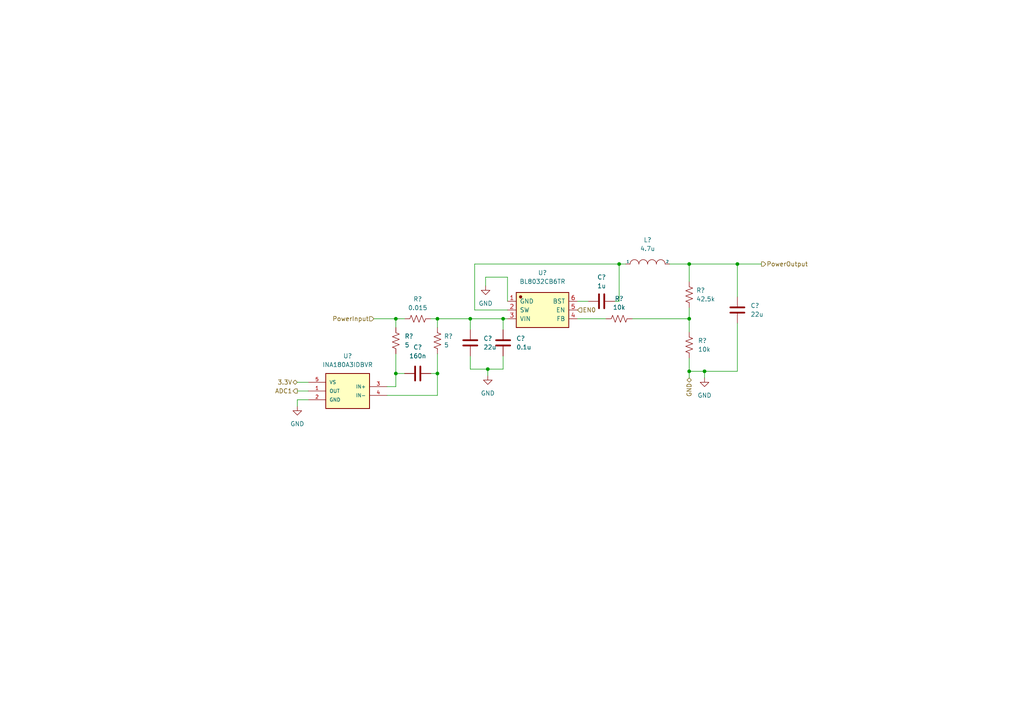
<source format=kicad_sch>
(kicad_sch (version 20211123) (generator eeschema)
  (paper "A4")
  (lib_symbols
    (symbol "1CommonUse:C0805" (pin_numbers hide) (pin_names (offset 0.254))
      (property "Reference" "C" (at 0.635 2.54 0))
      (property "Value" "C0805" (at 0.635 -2.54 0))
      (symbol "C0805_0_1"
        (polyline (pts (xy -2.032 -0.762) (xy 2.032 -0.762)) (stroke (width 0.508)))
        (polyline (pts (xy -2.032 0.762) (xy 2.032 0.762)) (stroke (width 0.508)))
      )
      (symbol "C0805_1_1"
        (pin passive line (at 0 3.81 270) (length 2.794) (name "~") (number "1"))
        (pin passive line (at 0 -3.81 90) (length 2.794) (name "~") (number "2"))
      )
    )
    (symbol "1CommonUse:R0805" (pin_numbers hide) (pin_names (offset 0))
      (property "Reference" "R" (at 2.54 0 90))
      (property "Value" "R0805" (at -2.54 0 90))
      (symbol "R0805_0_1"
        (polyline (pts (xy 0 -2.286) (xy 0 -2.54)))
        (polyline (pts (xy 0 2.286) (xy 0 2.54)))
        (polyline (pts (xy 0 -0.762) (xy 1.016 -1.143) (xy 0 -1.524) (xy -1.016 -1.905) (xy 0 -2.286)))
        (polyline (pts (xy 0 0.762) (xy 1.016 0.381) (xy 0 0) (xy -1.016 -0.381) (xy 0 -0.762)))
        (polyline (pts (xy 0 2.286) (xy 1.016 1.905) (xy 0 1.524) (xy -1.016 1.143) (xy 0 0.762)))
      )
      (symbol "R0805_1_1"
        (pin passive line (at 0 3.81 270) (length 1.27) (name "~") (number "1"))
        (pin passive line (at 0 -3.81 90) (length 1.27) (name "~") (number "2"))
      )
    )
    (symbol "SolarCharger:BL8032CB6TR" (pin_names (offset 1.016))
      (property "Reference" "U" (at 0 7.6962 0))
      (property "Value" "BL8032CB6TR" (at 0 12.7762 0))
      (symbol "BL8032CB6TR_1_1"
        (rectangle (start -7.62 5.08) (end 7.62 -5.08) (stroke (width 0.254)) (fill (type background)))
        (circle (center -6.35 3.81) (radius 0.381) (stroke (width 0.1524)) (fill (type outline)))
        (pin input line (at -10.16 2.54 0) (length 2.54) (name "GND") (number "1"))
        (pin input line (at -10.16 0 0) (length 2.54) (name "SW") (number "2"))
        (pin input line (at -10.16 -2.54 0) (length 2.54) (name "VIN") (number "3"))
        (pin input line (at 10.16 -2.54 180) (length 2.54) (name "FB") (number "4"))
        (pin input line (at 10.16 0 180) (length 2.54) (name "EN") (number "5"))
        (pin input line (at 10.16 2.54 180) (length 2.54) (name "BST") (number "6"))
      )
    )
    (symbol "SolarCharger:INA180A3IDBVR" (pin_names (offset 1.016))
      (property "Reference" "U" (at -1.27 7.62 0))
      (property "Value" "INA180A3IDBVR" (at -7.62 -7.62 0))
      (symbol "INA180A3IDBVR_0_0"
        (rectangle (start -6.35 6.35) (end 6.35 -3.81) (stroke (width 0.254)) (fill (type background)))
        (pin output line (at 11.43 1.27 180) (length 5.08) (name "OUT") (number "1"))
        (pin power_in line (at 11.43 -1.27 180) (length 5.08) (name "GND") (number "2"))
        (pin input line (at -11.43 2.54 0) (length 5.08) (name "IN+") (number "3"))
        (pin input line (at -11.43 0 0) (length 5.08) (name "IN-") (number "4"))
        (pin power_in line (at 11.43 3.81 180) (length 5.08) (name "VS") (number "5"))
      )
    )
    (symbol "power:GND" (power) (pin_names (offset 0))
      (property "Value" "GND" (at 0 -3.81 0))
      (symbol "GND_0_1"
        (polyline (pts (xy 0 0) (xy 0 -1.27) (xy 1.27 -1.27) (xy 0 -2.54) (xy -1.27 -1.27) (xy 0 -1.27)))
      )
      (symbol "GND_1_1"
        (pin power_in line (at 0 0 270) (length 0) hide (name "GND") (number "1"))
      )
    )
    (symbol "pspice:INDUCTOR" (pin_numbers hide) (pin_names (offset 0))
      (property "Reference" "L" (at 0 2.54 0))
      (property "Value" "INDUCTOR" (at 0 -1.27 0))
      (symbol "INDUCTOR_0_1"
        (arc (start -2.54 0) (mid -3.81 1.27) (end -5.08 0))
        (arc (start 0 0) (mid -1.27 1.27) (end -2.54 0))
        (arc (start 2.54 0) (mid 1.27 1.27) (end 0 0))
        (arc (start 5.08 0) (mid 3.81 1.27) (end 2.54 0))
      )
      (symbol "INDUCTOR_1_1"
        (pin input line (at -6.35 0 0) (length 1.27) (name "1") (number "1"))
        (pin input line (at 6.35 0 180) (length 1.27) (name "2") (number "2"))
      )
    )
  )
  (junction (at 213.868 76.581))
  (junction (at 126.873 92.456))
  (junction (at 199.898 107.696))
  (junction (at 141.478 107.061))
  (junction (at 145.923 92.456))
  (junction (at 179.578 76.581))
  (junction (at 199.898 76.581))
  (junction (at 114.808 92.456))
  (junction (at 136.398 92.456))
  (junction (at 114.808 108.331))
  (junction (at 199.898 92.456))
  (junction (at 204.343 107.696))
  (junction (at 126.873 108.331))
  (wire (pts (xy 167.513 92.456) (xy 175.768 92.456)))
  (wire (pts (xy 114.808 108.331) (xy 117.348 108.331)))
  (wire (pts (xy 114.808 92.456) (xy 117.348 92.456)))
  (wire (pts (xy 124.968 92.456) (xy 126.873 92.456)))
  (wire (pts (xy 86.233 115.951) (xy 89.408 115.951)))
  (wire (pts (xy 199.898 92.456) (xy 199.898 96.266)))
  (wire (pts (xy 194.183 76.581) (xy 199.898 76.581)))
  (wire (pts (xy 114.808 92.456) (xy 114.808 94.996)))
  (wire (pts (xy 126.873 92.456) (xy 136.398 92.456)))
  (wire (pts (xy 108.458 92.456) (xy 114.808 92.456)))
  (wire (pts (xy 141.478 107.061) (xy 145.923 107.061)))
  (wire (pts (xy 126.873 114.681) (xy 126.873 108.331)))
  (wire (pts (xy 124.968 108.331) (xy 126.873 108.331)))
  (wire (pts (xy 140.843 80.391) (xy 140.843 82.931)))
  (wire (pts (xy 126.873 92.456) (xy 126.873 94.996)))
  (wire (pts (xy 179.578 87.376) (xy 179.578 76.581)))
  (wire (pts (xy 213.868 107.696) (xy 204.343 107.696)))
  (wire (pts (xy 136.398 92.456) (xy 136.398 95.631)))
  (wire (pts (xy 179.578 76.581) (xy 137.668 76.581)))
  (wire (pts (xy 199.898 103.886) (xy 199.898 107.696)))
  (wire (pts (xy 147.193 80.391) (xy 140.843 80.391)))
  (wire (pts (xy 137.668 76.581) (xy 137.668 89.916)))
  (wire (pts (xy 199.898 107.696) (xy 199.898 109.601)))
  (wire (pts (xy 86.233 117.856) (xy 86.233 115.951)))
  (wire (pts (xy 112.268 114.681) (xy 126.873 114.681)))
  (wire (pts (xy 213.868 76.581) (xy 199.898 76.581)))
  (wire (pts (xy 136.398 107.061) (xy 141.478 107.061)))
  (wire (pts (xy 145.923 107.061) (xy 145.923 103.251)))
  (wire (pts (xy 204.343 107.696) (xy 199.898 107.696)))
  (wire (pts (xy 114.808 108.331) (xy 114.808 112.141)))
  (wire (pts (xy 213.868 93.726) (xy 213.868 107.696)))
  (wire (pts (xy 114.808 102.616) (xy 114.808 108.331)))
  (wire (pts (xy 136.398 92.456) (xy 145.923 92.456)))
  (wire (pts (xy 137.668 89.916) (xy 147.193 89.916)))
  (wire (pts (xy 86.233 113.411) (xy 89.408 113.411)))
  (wire (pts (xy 126.873 108.331) (xy 126.873 102.616)))
  (wire (pts (xy 204.343 109.601) (xy 204.343 107.696)))
  (wire (pts (xy 181.483 76.581) (xy 179.578 76.581)))
  (wire (pts (xy 141.478 107.061) (xy 141.478 108.966)))
  (wire (pts (xy 145.923 92.456) (xy 145.923 95.631)))
  (wire (pts (xy 136.398 103.251) (xy 136.398 107.061)))
  (wire (pts (xy 145.923 92.456) (xy 147.193 92.456)))
  (wire (pts (xy 213.868 76.581) (xy 220.853 76.581)))
  (wire (pts (xy 86.233 110.871) (xy 89.408 110.871)))
  (wire (pts (xy 178.308 87.376) (xy 179.578 87.376)))
  (wire (pts (xy 199.898 89.281) (xy 199.898 92.456)))
  (wire (pts (xy 147.193 87.376) (xy 147.193 80.391)))
  (wire (pts (xy 167.513 87.376) (xy 170.688 87.376)))
  (wire (pts (xy 183.388 92.456) (xy 199.898 92.456)))
  (wire (pts (xy 213.868 86.106) (xy 213.868 76.581)))
  (wire (pts (xy 199.898 76.581) (xy 199.898 81.661)))
  (wire (pts (xy 114.808 112.141) (xy 112.268 112.141)))
  (hierarchical_label "PowerInput" (shape input) (at 108.458 92.456 180))
  (hierarchical_label "ADC1" (shape output) (at 86.233 113.411 180))
  (hierarchical_label "3.3V" (shape bidirectional) (at 86.233 110.871 180))
  (hierarchical_label "GND" (shape bidirectional) (at 199.898 109.601 270))
  (hierarchical_label "EN0" (shape input) (at 167.513 89.916 0))
  (hierarchical_label "PowerOutput" (shape output) (at 220.853 76.581 0))
  (symbol (lib_id "1CommonUse:R0805") (at 114.808 98.806 0) (unit 1)
    (property "Reference" "R?" (at 117.348 97.5359 0) (effects (justify left)))
    (property "Value" "5" (at 117.348 100.0759 0) (effects (justify left)))
    (property "Footprint" "Resistor_SMD:R_0805_2012Metric" (effects hide))
  )
  (symbol (lib_id "1CommonUse:C0805") (at 174.498 87.376 90) (unit 1)
    (property "Reference" "C?" (at 174.498 80.391 90))
    (property "Value" "1u" (at 174.498 82.931 90))
    (property "Footprint" "Capacitor_SMD:C_0805_2012Metric" (effects hide))
  )
  (symbol (lib_id "1CommonUse:R0805") (at 179.578 92.456 270) (unit 1)
    (property "Reference" "R?" (at 179.578 86.614 90))
    (property "Value" "10k" (at 179.578 89.154 90))
    (property "Footprint" "Resistor_SMD:R_0805_2012Metric" (effects hide))
  )
  (symbol (lib_id "SolarCharger:INA180A3IDBVR") (at 100.838 114.681 0) (mirror y) (unit 1)
    (property "Reference" "U?" (at 100.838 103.251 0))
    (property "Value" "INA180A3IDBVR" (at 100.838 105.791 0))
    (property "Footprint" "Package_TO_SOT_SMD:SOT-23-5" (effects hide))
    (property "Datasheet" "https://www.ti.com/lit/ds/symlink/ina180.pdf" (effects hide))
  )
  (symbol (lib_id "1CommonUse:C0805") (at 213.868 89.916 0) (unit 1)
    (property "Reference" "C?" (at 217.678 88.6459 0) (effects (justify left)))
    (property "Value" "22u" (at 217.678 91.1859 0) (effects (justify left)))
    (property "Footprint" "Capacitor_SMD:C_0805_2012Metric" (effects hide))
  )
  (symbol (lib_id "power:GND") (at 204.343 109.601 0) (unit 1)
    (property "Reference" "#PWR?" (effects hide))
    (property "Value" "GND" (at 204.343 114.681 0))
  )
  (symbol (lib_id "power:GND") (at 86.233 117.856 0) (unit 1)
    (property "Reference" "#PWR?" (effects hide))
    (property "Value" "GND" (at 86.233 122.936 0))
  )
  (symbol (lib_id "1CommonUse:R0805") (at 121.158 92.456 270) (unit 1)
    (property "Reference" "R?" (at 121.158 86.741 90))
    (property "Value" "0.015" (at 121.158 89.281 90))
    (property "Footprint" "Resistor_SMD:R_0805_2012Metric" (effects hide))
    (property "LCSC" "C2767452" (effects hide))
  )
  (symbol (lib_id "1CommonUse:R0805") (at 199.898 85.471 180) (unit 1)
    (property "Reference" "R?" (at 201.93 84.2009 0) (effects (justify right)))
    (property "Value" "42.5k" (at 201.93 86.7409 0) (effects (justify right)))
    (property "Footprint" "Resistor_SMD:R_0805_2012Metric" (effects hide))
  )
  (symbol (lib_id "1CommonUse:R0805") (at 126.873 98.806 180) (unit 1)
    (property "Reference" "R?" (at 128.778 97.5359 0) (effects (justify right)))
    (property "Value" "5" (at 128.778 100.0759 0) (effects (justify right)))
    (property "Footprint" "Resistor_SMD:R_0805_2012Metric" (effects hide))
  )
  (symbol (lib_id "1CommonUse:C0805") (at 145.923 99.441 0) (unit 1)
    (property "Reference" "C?" (at 149.733 98.1709 0) (effects (justify left)))
    (property "Value" "0.1u" (at 149.733 100.7109 0) (effects (justify left)))
    (property "Footprint" "Capacitor_SMD:C_0805_2012Metric" (effects hide))
  )
  (symbol (lib_id "1CommonUse:C0805") (at 121.158 108.331 90) (unit 1)
    (property "Reference" "C?" (at 121.158 100.711 90))
    (property "Value" "160n" (at 121.158 103.251 90))
    (property "Footprint" "Capacitor_SMD:C_0805_2012Metric" (effects hide))
  )
  (symbol (lib_id "SolarCharger:BL8032CB6TR") (at 157.353 89.916 0) (unit 1)
    (property "Reference" "U?" (at 157.353 79.121 0))
    (property "Value" "BL8032CB6TR" (at 157.353 81.661 0))
    (property "Footprint" "Package_TO_SOT_SMD:SOT-23-6" (effects hide))
    (property "Datasheet" "http://www.szlcsc.com/product/details_94375.html" (effects hide))
    (property "SuppliersPartNumber" "C93180" (effects hide))
    (property "uuid" "std:2545d20b4eef4f6c8cf35ca26e589c58" (effects hide))
  )
  (symbol (lib_id "power:GND") (at 141.478 108.966 0) (unit 1)
    (property "Reference" "#PWR?" (effects hide))
    (property "Value" "GND" (at 141.478 114.046 0))
  )
  (symbol (lib_id "1CommonUse:R0805") (at 199.898 100.076 180) (unit 1)
    (property "Reference" "R?" (at 202.438 98.8059 0) (effects (justify right)))
    (property "Value" "10k" (at 202.438 101.3459 0) (effects (justify right)))
    (property "Footprint" "Resistor_SMD:R_0805_2012Metric" (effects hide))
  )
  (symbol (lib_id "1CommonUse:C0805") (at 136.398 99.441 0) (unit 1)
    (property "Reference" "C?" (at 140.208 98.1709 0) (effects (justify left)))
    (property "Value" "22u" (at 140.208 100.7109 0) (effects (justify left)))
    (property "Footprint" "Capacitor_SMD:C_0805_2012Metric" (effects hide))
  )
  (symbol (lib_id "power:GND") (at 140.843 82.931 0) (unit 1)
    (property "Reference" "#PWR?" (effects hide))
    (property "Value" "GND" (at 140.843 88.011 0))
  )
  (symbol (lib_id "pspice:INDUCTOR") (at 187.833 76.581 0) (unit 1)
    (property "Reference" "L?" (at 187.833 69.596 0))
    (property "Value" "4.7u" (at 187.833 72.136 0))
    (property "Footprint" "SolarCharger:IND-SMD_L4.5-W4.2" (effects hide))
    (property "Datasheet" "https://datasheet.lcsc.com/lcsc/2007271203_PROD-Tech-PSPMAA0402-4R7M-ANP_C436517.pdf" (effects hide))
    (property "LCSC" "C436517" (effects hide))
  )
)
</source>
